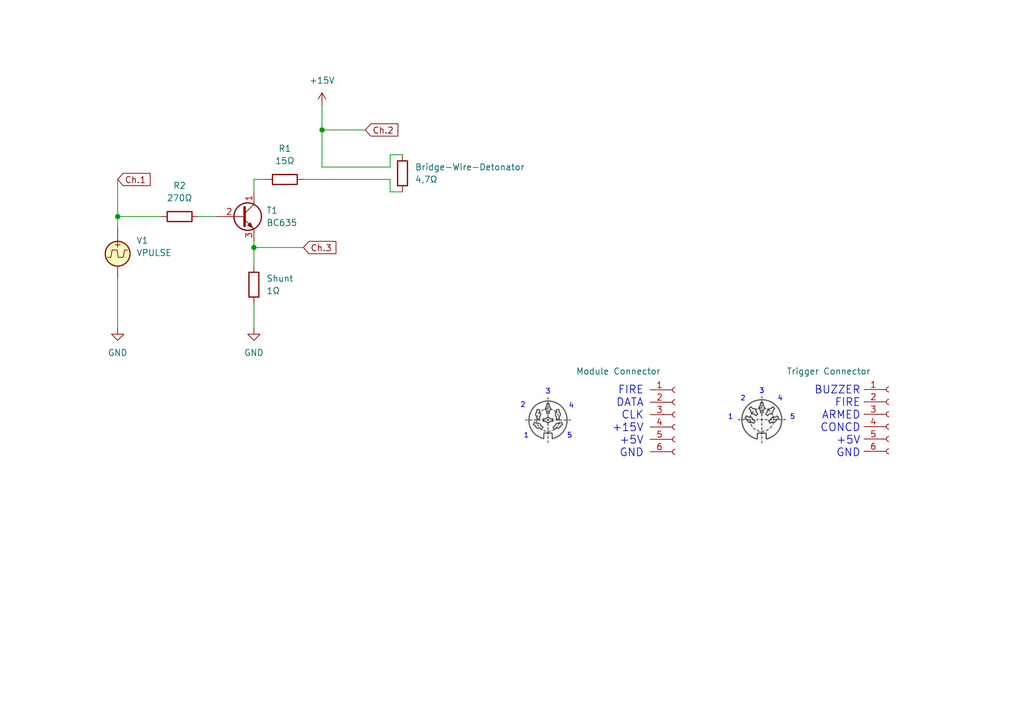
<source format=kicad_sch>
(kicad_sch (version 20211123) (generator eeschema)
  (paper "A5")
  (lib_symbols
    (symbol "Connector:Conn_01x06_Female" (pin_names (offset 1.016) hide)
      (property "Reference" "J" (at 0 7.62 0))
      (property "Value" "Conn_01x06_Female" (at 0 -10.16 0))
      (symbol "Conn_01x06_Female_1_1"
        (arc (start 0 -7.112) (mid -0.508 -7.62) (end 0 -8.128) (stroke (width 0.1524)))
        (arc (start 0 -4.572) (mid -0.508 -5.08) (end 0 -5.588) (stroke (width 0.1524)))
        (arc (start 0 -2.032) (mid -0.508 -2.54) (end 0 -3.048) (stroke (width 0.1524)))
        (polyline (pts (xy -1.27 -7.62) (xy -0.508 -7.62)) (stroke (width 0.1524)))
        (polyline (pts (xy -1.27 -5.08) (xy -0.508 -5.08)) (stroke (width 0.1524)))
        (polyline (pts (xy -1.27 -2.54) (xy -0.508 -2.54)) (stroke (width 0.1524)))
        (polyline (pts (xy -1.27 0) (xy -0.508 0)) (stroke (width 0.1524)))
        (polyline (pts (xy -1.27 2.54) (xy -0.508 2.54)) (stroke (width 0.1524)))
        (polyline (pts (xy -1.27 5.08) (xy -0.508 5.08)) (stroke (width 0.1524)))
        (arc (start 0 0.508) (mid -0.508 0) (end 0 -0.508) (stroke (width 0.1524)))
        (arc (start 0 3.048) (mid -0.508 2.54) (end 0 2.032) (stroke (width 0.1524)))
        (arc (start 0 5.588) (mid -0.508 5.08) (end 0 4.572) (stroke (width 0.1524)))
        (pin passive line (at -5.08 5.08 0) (length 3.81) (name "Pin_1") (number "1"))
        (pin passive line (at -5.08 2.54 0) (length 3.81) (name "Pin_2") (number "2"))
        (pin passive line (at -5.08 0 0) (length 3.81) (name "Pin_3") (number "3"))
        (pin passive line (at -5.08 -2.54 0) (length 3.81) (name "Pin_4") (number "4"))
        (pin passive line (at -5.08 -5.08 0) (length 3.81) (name "Pin_5") (number "5"))
        (pin passive line (at -5.08 -7.62 0) (length 3.81) (name "Pin_6") (number "6"))
      )
    )
    (symbol "Device:R" (pin_numbers hide) (pin_names (offset 0))
      (property "Reference" "R" (at 2.032 0 90))
      (property "Value" "R" (at 0 0 90))
      (symbol "R_0_1"
        (rectangle (start -1.016 -2.54) (end 1.016 2.54) (stroke (width 0.254)))
      )
      (symbol "R_1_1"
        (pin passive line (at 0 3.81 270) (length 1.27) (name "~") (number "1"))
        (pin passive line (at 0 -3.81 90) (length 1.27) (name "~") (number "2"))
      )
    )
    (symbol "Simulation_SPICE:VPULSE" (pin_numbers hide) (pin_names (offset 0.0254))
      (property "Reference" "V" (at 2.54 2.54 0))
      (property "Value" "VPULSE" (at 2.54 0 0))
      (property "Spice_Model" "pulse(0 1 2n 2n 2n 50n 100n)" (at 2.54 -2.54 0))
      (symbol "VPULSE_0_0"
        (polyline (pts (xy -2.032 -0.762) (xy -1.397 -0.762) (xy -1.143 0.762) (xy -0.127 0.762) (xy 0.127 -0.762) (xy 1.143 -0.762) (xy 1.397 0.762) (xy 2.032 0.762)))
        (text "+" (at 0 1.905 0) (effects (font (size 1.27 1.27))))
      )
      (symbol "VPULSE_0_1"
        (circle (center 0 0) (radius 2.54) (stroke (width 0.254)) (fill (type background)))
      )
      (symbol "VPULSE_1_1"
        (pin passive line (at 0 5.08 270) (length 2.54) (name "~") (number "1"))
        (pin passive line (at 0 -5.08 90) (length 2.54) (name "~") (number "2"))
      )
    )
    (symbol "Transistor_BJT:BC337" (pin_names (offset 0) hide)
      (property "Reference" "Q" (at 5.08 1.905 0))
      (property "Value" "BC337" (at 5.08 0 0))
      (symbol "BC337_0_1"
        (polyline (pts (xy 0 0) (xy 0.635 0)))
        (polyline (pts (xy 0.635 0.635) (xy 2.54 2.54)))
        (polyline (pts (xy 0.635 -0.635) (xy 2.54 -2.54) (xy 2.54 -2.54)))
        (polyline (pts (xy 0.635 1.905) (xy 0.635 -1.905) (xy 0.635 -1.905)) (stroke (width 0.508)))
        (polyline (pts (xy 1.27 -1.778) (xy 1.778 -1.27) (xy 2.286 -2.286) (xy 1.27 -1.778) (xy 1.27 -1.778)) (fill (type outline)))
        (circle (center 1.27 0) (radius 2.8194) (stroke (width 0.254)))
      )
      (symbol "BC337_1_1"
        (pin passive line (at 2.54 5.08 270) (length 2.54) (name "C") (number "1"))
        (pin input line (at -5.08 0 0) (length 5.08) (name "B") (number "2"))
        (pin passive line (at 2.54 -5.08 90) (length 2.54) (name "E") (number "3"))
      )
    )
    (symbol "power:+15V" (power) (pin_names (offset 0))
      (property "Value" "+15V" (at 0 3.556 0))
      (symbol "+15V_0_1"
        (polyline (pts (xy -0.762 1.27) (xy 0 2.54)))
        (polyline (pts (xy 0 0) (xy 0 2.54)))
        (polyline (pts (xy 0 2.54) (xy 0.762 1.27)))
      )
      (symbol "+15V_1_1"
        (pin power_in line (at 0 0 90) (length 0) hide (name "+15V") (number "1"))
      )
    )
    (symbol "power:GND" (power) (pin_names (offset 0))
      (property "Value" "GND" (at 0 -3.81 0))
      (symbol "GND_0_1"
        (polyline (pts (xy 0 0) (xy 0 -1.27) (xy 1.27 -1.27) (xy 0 -2.54) (xy -1.27 -1.27) (xy 0 -1.27)))
      )
      (symbol "GND_1_1"
        (pin power_in line (at 0 0 270) (length 0) hide (name "GND") (number "1"))
      )
    )
  )
  (junction (at 52.07 50.8))
  (junction (at 66.04 26.67))
  (junction (at 24.13 44.45))
  (wire (pts (xy 62.23 36.83) (xy 80.01 36.83)))
  (wire (pts (xy 80.01 39.37) (xy 82.55 39.37)))
  (wire (pts (xy 24.13 67.31) (xy 24.13 57.15)))
  (wire (pts (xy 24.13 36.83) (xy 24.13 44.45)))
  (wire (pts (xy 66.04 21.59) (xy 66.04 26.67)))
  (wire (pts (xy 40.64 44.45) (xy 44.45 44.45)))
  (wire (pts (xy 80.01 31.75) (xy 80.01 34.29)))
  (wire (pts (xy 66.04 26.67) (xy 66.04 34.29)))
  (wire (pts (xy 52.07 49.53) (xy 52.07 50.8)))
  (wire (pts (xy 52.07 36.83) (xy 54.61 36.83)))
  (wire (pts (xy 52.07 50.8) (xy 62.23 50.8)))
  (wire (pts (xy 52.07 50.8) (xy 52.07 54.61)))
  (wire (pts (xy 24.13 46.99) (xy 24.13 44.45)))
  (wire (pts (xy 52.07 62.23) (xy 52.07 67.31)))
  (wire (pts (xy 52.07 39.37) (xy 52.07 36.83)))
  (wire (pts (xy 82.55 31.75) (xy 80.01 31.75)))
  (wire (pts (xy 24.13 44.45) (xy 33.02 44.45)))
  (wire (pts (xy 80.01 36.83) (xy 80.01 39.37)))
  (wire (pts (xy 66.04 34.29) (xy 80.01 34.29)))
  (wire (pts (xy 66.04 26.67) (xy 74.93 26.67)))
  (image (at 112.4308 86.2834) (scale 0.736501))
  (image (at 156.2144 86.2282) (scale 0.768242))
  (text "3" (at 155.6616 80.9771 0) (effects (font (size 1 1)) (justify left bottom)))
  (text "2" (at 151.8008 82.4734 0) (effects (font (size 1 1)) (justify left bottom)))
  (text "BUZZER\nFIRE\nARMED\nCONCD\n+5V\nGND" (at 176.53 93.98 180) (effects (font (size 1.6 1.6)) (justify right bottom)))
  (text "1" (at 107.3508 90.0934 0) (effects (font (size 1 1)) (justify left bottom)))
  (text "5" (at 116.2408 90.0934 0) (effects (font (size 1 1)) (justify left bottom)))
  (text "5" (at 161.9608 86.2834 0) (effects (font (size 1 1)) (justify left bottom)))
  (text "4" (at 116.5878 83.9643 0) (effects (font (size 1 1)) (justify left bottom)))
  (text "2" (at 106.68 83.82 0) (effects (font (size 1 1)) (justify left bottom)))
  (text "FIRE\nDATA\nCLK\n+15V\n+5V\nGND" (at 132.08 93.98 180) (effects (font (size 1.6 1.6)) (justify right bottom)))
  (text "4" (at 159.4208 82.4734 0) (effects (font (size 1 1)) (justify left bottom)))
  (text "1" (at 149.2608 86.2834 0) (effects (font (size 1 1)) (justify left bottom)))
  (text "3" (at 111.8108 81.0537 0) (effects (font (size 1 1)) (justify left bottom)))
  (global_label "Ch.3" (shape input) (at 62.23 50.8 0) (property "Intersheet References" "${INTERSHEET_REFS}" (effects hide)))
  (global_label "Ch.1" (shape input) (at 24.13 36.83 0) (property "Intersheet References" "${INTERSHEET_REFS}" (effects hide)))
  (global_label "Ch.2" (shape input) (at 74.93 26.67 0) (property "Intersheet References" "${INTERSHEET_REFS}" (effects hide)))
  (symbol (lib_id "Device:R") (at 82.55 35.56 180) (unit 1)
    (property "Reference" "Bridge-Wire-Detonator" (at 85.09 34.2899 0) (effects (justify right)))
    (property "Value" "4,7Ω" (at 85.09 36.8299 0) (effects (justify right)))
  )
  (symbol (lib_id "power:+15V") (at 66.04 21.59 0) (unit 1)
    (property "Reference" "#PWR?" (effects hide))
    (property "Value" "+15V" (at 66.04 16.51 0))
  )
  (symbol (lib_id "Device:R") (at 52.07 58.42 180) (unit 1)
    (property "Reference" "Shunt" (at 54.61 57.1499 0) (effects (justify right)))
    (property "Value" "1Ω" (at 54.61 59.6899 0) (effects (justify right)))
  )
  (symbol (lib_id "power:GND") (at 24.13 67.31 0) (unit 1)
    (property "Reference" "#PWR?" (effects hide))
    (property "Value" "GND" (at 24.13 72.39 0))
  )
  (symbol (lib_id "Device:R") (at 36.83 44.45 90) (unit 1)
    (property "Reference" "R2" (at 36.83 38.1 90))
    (property "Value" "270Ω" (at 36.83 40.64 90))
  )
  (symbol (lib_id "power:GND") (at 52.07 67.31 0) (unit 1)
    (property "Reference" "#PWR?" (effects hide))
    (property "Value" "GND" (at 52.07 72.39 0))
  )
  (symbol (lib_id "Transistor_BJT:BC337") (at 49.53 44.45 0) (unit 1)
    (property "Reference" "T1" (at 54.61 43.1799 0) (effects (justify left)))
    (property "Value" "BC635" (at 54.61 45.7199 0) (effects (justify left)))
    (property "Footprint" "Package_TO_SOT_THT:TO-92_Inline" (effects hide))
    (property "Datasheet" "https://diotec.com/tl_files/diotec/files/pdf/datasheets/bc337.pdf" (effects hide))
  )
  (symbol (lib_id "Device:R") (at 58.42 36.83 90) (unit 1)
    (property "Reference" "R1" (at 58.42 30.48 90))
    (property "Value" "15Ω" (at 58.42 33.02 90))
  )
  (symbol (lib_id "Connector:Conn_01x06_Female") (at 138.43 85.09 0) (unit 1)
    (property "Reference" "J?" (effects hide))
    (property "Value" "Module Connector" (at 118.11 76.2 0) (effects (justify left)))
  )
  (symbol (lib_id "Connector:Conn_01x06_Female") (at 182.2808 85.0134 0) (unit 1)
    (property "Reference" "J?" (effects hide))
    (property "Value" "Trigger Connector" (at 161.29 76.2 0) (effects (justify left)))
  )
  (symbol (lib_id "Simulation_SPICE:VPULSE") (at 24.13 52.07 0) (unit 1)
    (property "Reference" "V1" (at 27.94 49.3401 0) (effects (justify left)))
    (property "Value" "VPULSE" (at 27.94 51.8801 0) (effects (justify left)))
    (property "Spice_Netlist_Enabled" "Y" (effects hide))
    (property "Spice_Primitive" "V" (effects hide))
    (property "Spice_Model" "8x 10ms 5V pulses 10ms delay" (at 19.05 67.31 90) (effects (justify left)))
  )
)
</source>
